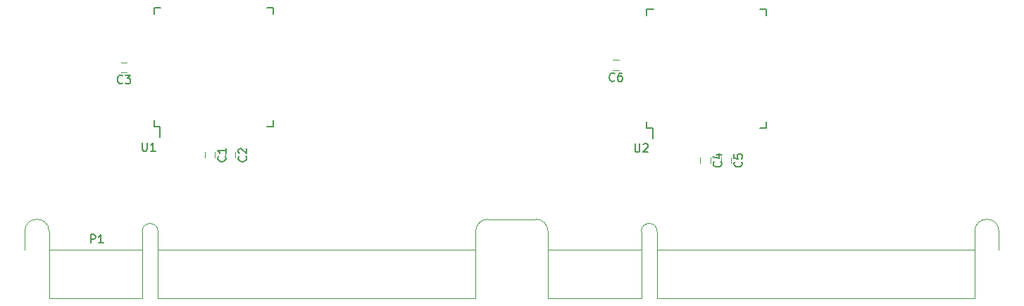
<source format=gto>
G04 #@! TF.GenerationSoftware,KiCad,Pcbnew,(5.0.0-rc2-35-gda6600525)*
G04 #@! TF.CreationDate,2018-05-30T11:12:42-07:00*
G04 #@! TF.ProjectId,ram-based-register-card,72616D2D62617365642D726567697374,rev?*
G04 #@! TF.SameCoordinates,Original*
G04 #@! TF.FileFunction,Legend,Top*
G04 #@! TF.FilePolarity,Positive*
%FSLAX46Y46*%
G04 Gerber Fmt 4.6, Leading zero omitted, Abs format (unit mm)*
G04 Created by KiCad (PCBNEW (5.0.0-rc2-35-gda6600525)) date 05/30/18 11:12:42*
%MOMM*%
%LPD*%
G01*
G04 APERTURE LIST*
%ADD10C,0.120000*%
%ADD11C,0.150000*%
G04 APERTURE END LIST*
D10*
G04 #@! TO.C,P1*
X114050601Y-73589801D02*
X119850601Y-73589801D01*
X58400601Y-75039801D02*
X58400601Y-77289801D01*
X61300601Y-75039801D02*
G75*
G03X58400601Y-75039801I-1450000J0D01*
G01*
X74400601Y-75039801D02*
G75*
G03X72500601Y-75039801I-950000J0D01*
G01*
X72500601Y-77289801D02*
X72500601Y-75039801D01*
X74400601Y-75039801D02*
X74400601Y-77289801D01*
X61300601Y-77289801D02*
X72500601Y-77289801D01*
X72500601Y-77289801D02*
X72500601Y-83089801D01*
X72500601Y-83089801D02*
X61300601Y-83089801D01*
X61300601Y-83089801D02*
X61300601Y-75039801D01*
X112600601Y-77289801D02*
X74400601Y-77289801D01*
X74400601Y-83089801D02*
X112600601Y-83089801D01*
X74400601Y-77289801D02*
X74400601Y-83089801D01*
X112600601Y-75039801D02*
X112600601Y-83089801D01*
X114050601Y-73589801D02*
G75*
G03X112600601Y-75039801I0J-1450000D01*
G01*
X134400601Y-75039801D02*
X134400601Y-77289801D01*
X134400601Y-77289801D02*
X134400601Y-83089801D01*
X172600601Y-77289801D02*
X134400601Y-77289801D01*
X134400601Y-83089801D02*
X172600601Y-83089801D01*
X172600601Y-75039801D02*
X172600601Y-83089801D01*
X175500601Y-75039801D02*
G75*
G03X172600601Y-75039801I-1450000J0D01*
G01*
X175500601Y-75039801D02*
X175500601Y-77289801D01*
X132500601Y-77289801D02*
X132500601Y-83089801D01*
X134400601Y-75039801D02*
G75*
G03X132500601Y-75039801I-950000J0D01*
G01*
X132500601Y-77289801D02*
X132500601Y-75039801D01*
X132500601Y-83089801D02*
X121300601Y-83089801D01*
X121300601Y-77289801D02*
X132500601Y-77289801D01*
X121300601Y-75039801D02*
G75*
G03X119850601Y-73589801I-1450000J0D01*
G01*
X121300601Y-83089801D02*
X121300601Y-75039801D01*
D11*
G04 #@! TO.C,U1*
X74656000Y-62467000D02*
X74656000Y-63742000D01*
X73931000Y-48117000D02*
X73931000Y-48917000D01*
X88281000Y-48117000D02*
X88281000Y-48917000D01*
X88281000Y-62467000D02*
X88281000Y-61667000D01*
X73931000Y-62467000D02*
X73931000Y-61667000D01*
X88281000Y-62467000D02*
X87481000Y-62467000D01*
X88281000Y-48117000D02*
X87481000Y-48117000D01*
X73931000Y-48117000D02*
X74731000Y-48117000D01*
X73931000Y-62467000D02*
X74656000Y-62467000D01*
G04 #@! TO.C,U2*
X133175000Y-62625000D02*
X133900000Y-62625000D01*
X133175000Y-48275000D02*
X133975000Y-48275000D01*
X147525000Y-48275000D02*
X146725000Y-48275000D01*
X147525000Y-62625000D02*
X146725000Y-62625000D01*
X133175000Y-62625000D02*
X133175000Y-61825000D01*
X147525000Y-62625000D02*
X147525000Y-61825000D01*
X147525000Y-48275000D02*
X147525000Y-49075000D01*
X133175000Y-48275000D02*
X133175000Y-49075000D01*
X133900000Y-62625000D02*
X133900000Y-63900000D01*
D10*
G04 #@! TO.C,C1*
X80019600Y-66200200D02*
X80019600Y-65500200D01*
X81219600Y-65500200D02*
X81219600Y-66200200D01*
G04 #@! TO.C,C2*
X83708800Y-65500200D02*
X83708800Y-66200200D01*
X82508800Y-66200200D02*
X82508800Y-65500200D01*
G04 #@! TO.C,C3*
X69943800Y-54695800D02*
X70643800Y-54695800D01*
X70643800Y-55895800D02*
X69943800Y-55895800D01*
G04 #@! TO.C,C4*
X140800000Y-66140000D02*
X140800000Y-66840000D01*
X139600000Y-66840000D02*
X139600000Y-66140000D01*
G04 #@! TO.C,C5*
X142080000Y-66860000D02*
X142080000Y-66160000D01*
X143280000Y-66160000D02*
X143280000Y-66860000D01*
G04 #@! TO.C,C6*
X129810000Y-55630000D02*
X129110000Y-55630000D01*
X129110000Y-54430000D02*
X129810000Y-54430000D01*
G04 #@! TO.C,P1*
D11*
X66312505Y-76432181D02*
X66312505Y-75432181D01*
X66693458Y-75432181D01*
X66788696Y-75479801D01*
X66836315Y-75527420D01*
X66883934Y-75622658D01*
X66883934Y-75765515D01*
X66836315Y-75860753D01*
X66788696Y-75908372D01*
X66693458Y-75955991D01*
X66312505Y-75955991D01*
X67836315Y-76432181D02*
X67264886Y-76432181D01*
X67550601Y-76432181D02*
X67550601Y-75432181D01*
X67455362Y-75575039D01*
X67360124Y-75670277D01*
X67264886Y-75717896D01*
G04 #@! TO.C,U1*
X72518095Y-64362380D02*
X72518095Y-65171904D01*
X72565714Y-65267142D01*
X72613333Y-65314761D01*
X72708571Y-65362380D01*
X72899047Y-65362380D01*
X72994285Y-65314761D01*
X73041904Y-65267142D01*
X73089523Y-65171904D01*
X73089523Y-64362380D01*
X74089523Y-65362380D02*
X73518095Y-65362380D01*
X73803809Y-65362380D02*
X73803809Y-64362380D01*
X73708571Y-64505238D01*
X73613333Y-64600476D01*
X73518095Y-64648095D01*
G04 #@! TO.C,U2*
X131738095Y-64492380D02*
X131738095Y-65301904D01*
X131785714Y-65397142D01*
X131833333Y-65444761D01*
X131928571Y-65492380D01*
X132119047Y-65492380D01*
X132214285Y-65444761D01*
X132261904Y-65397142D01*
X132309523Y-65301904D01*
X132309523Y-64492380D01*
X132738095Y-64587619D02*
X132785714Y-64540000D01*
X132880952Y-64492380D01*
X133119047Y-64492380D01*
X133214285Y-64540000D01*
X133261904Y-64587619D01*
X133309523Y-64682857D01*
X133309523Y-64778095D01*
X133261904Y-64920952D01*
X132690476Y-65492380D01*
X133309523Y-65492380D01*
G04 #@! TO.C,C1*
X82476742Y-66016866D02*
X82524361Y-66064485D01*
X82571980Y-66207342D01*
X82571980Y-66302580D01*
X82524361Y-66445438D01*
X82429123Y-66540676D01*
X82333885Y-66588295D01*
X82143409Y-66635914D01*
X82000552Y-66635914D01*
X81810076Y-66588295D01*
X81714838Y-66540676D01*
X81619600Y-66445438D01*
X81571980Y-66302580D01*
X81571980Y-66207342D01*
X81619600Y-66064485D01*
X81667219Y-66016866D01*
X82571980Y-65064485D02*
X82571980Y-65635914D01*
X82571980Y-65350200D02*
X81571980Y-65350200D01*
X81714838Y-65445438D01*
X81810076Y-65540676D01*
X81857695Y-65635914D01*
G04 #@! TO.C,C2*
X84965942Y-66016866D02*
X85013561Y-66064485D01*
X85061180Y-66207342D01*
X85061180Y-66302580D01*
X85013561Y-66445438D01*
X84918323Y-66540676D01*
X84823085Y-66588295D01*
X84632609Y-66635914D01*
X84489752Y-66635914D01*
X84299276Y-66588295D01*
X84204038Y-66540676D01*
X84108800Y-66445438D01*
X84061180Y-66302580D01*
X84061180Y-66207342D01*
X84108800Y-66064485D01*
X84156419Y-66016866D01*
X84156419Y-65635914D02*
X84108800Y-65588295D01*
X84061180Y-65493057D01*
X84061180Y-65254961D01*
X84108800Y-65159723D01*
X84156419Y-65112104D01*
X84251657Y-65064485D01*
X84346895Y-65064485D01*
X84489752Y-65112104D01*
X85061180Y-65683533D01*
X85061180Y-65064485D01*
G04 #@! TO.C,C3*
X70127133Y-57152942D02*
X70079514Y-57200561D01*
X69936657Y-57248180D01*
X69841419Y-57248180D01*
X69698561Y-57200561D01*
X69603323Y-57105323D01*
X69555704Y-57010085D01*
X69508085Y-56819609D01*
X69508085Y-56676752D01*
X69555704Y-56486276D01*
X69603323Y-56391038D01*
X69698561Y-56295800D01*
X69841419Y-56248180D01*
X69936657Y-56248180D01*
X70079514Y-56295800D01*
X70127133Y-56343419D01*
X70460466Y-56248180D02*
X71079514Y-56248180D01*
X70746180Y-56629133D01*
X70889038Y-56629133D01*
X70984276Y-56676752D01*
X71031895Y-56724371D01*
X71079514Y-56819609D01*
X71079514Y-57057704D01*
X71031895Y-57152942D01*
X70984276Y-57200561D01*
X70889038Y-57248180D01*
X70603323Y-57248180D01*
X70508085Y-57200561D01*
X70460466Y-57152942D01*
G04 #@! TO.C,C4*
X142057142Y-66656666D02*
X142104761Y-66704285D01*
X142152380Y-66847142D01*
X142152380Y-66942380D01*
X142104761Y-67085238D01*
X142009523Y-67180476D01*
X141914285Y-67228095D01*
X141723809Y-67275714D01*
X141580952Y-67275714D01*
X141390476Y-67228095D01*
X141295238Y-67180476D01*
X141200000Y-67085238D01*
X141152380Y-66942380D01*
X141152380Y-66847142D01*
X141200000Y-66704285D01*
X141247619Y-66656666D01*
X141485714Y-65799523D02*
X142152380Y-65799523D01*
X141104761Y-66037619D02*
X141819047Y-66275714D01*
X141819047Y-65656666D01*
G04 #@! TO.C,C5*
X144537142Y-66676666D02*
X144584761Y-66724285D01*
X144632380Y-66867142D01*
X144632380Y-66962380D01*
X144584761Y-67105238D01*
X144489523Y-67200476D01*
X144394285Y-67248095D01*
X144203809Y-67295714D01*
X144060952Y-67295714D01*
X143870476Y-67248095D01*
X143775238Y-67200476D01*
X143680000Y-67105238D01*
X143632380Y-66962380D01*
X143632380Y-66867142D01*
X143680000Y-66724285D01*
X143727619Y-66676666D01*
X143632380Y-65771904D02*
X143632380Y-66248095D01*
X144108571Y-66295714D01*
X144060952Y-66248095D01*
X144013333Y-66152857D01*
X144013333Y-65914761D01*
X144060952Y-65819523D01*
X144108571Y-65771904D01*
X144203809Y-65724285D01*
X144441904Y-65724285D01*
X144537142Y-65771904D01*
X144584761Y-65819523D01*
X144632380Y-65914761D01*
X144632380Y-66152857D01*
X144584761Y-66248095D01*
X144537142Y-66295714D01*
G04 #@! TO.C,C6*
X129293333Y-56887142D02*
X129245714Y-56934761D01*
X129102857Y-56982380D01*
X129007619Y-56982380D01*
X128864761Y-56934761D01*
X128769523Y-56839523D01*
X128721904Y-56744285D01*
X128674285Y-56553809D01*
X128674285Y-56410952D01*
X128721904Y-56220476D01*
X128769523Y-56125238D01*
X128864761Y-56030000D01*
X129007619Y-55982380D01*
X129102857Y-55982380D01*
X129245714Y-56030000D01*
X129293333Y-56077619D01*
X130150476Y-55982380D02*
X129960000Y-55982380D01*
X129864761Y-56030000D01*
X129817142Y-56077619D01*
X129721904Y-56220476D01*
X129674285Y-56410952D01*
X129674285Y-56791904D01*
X129721904Y-56887142D01*
X129769523Y-56934761D01*
X129864761Y-56982380D01*
X130055238Y-56982380D01*
X130150476Y-56934761D01*
X130198095Y-56887142D01*
X130245714Y-56791904D01*
X130245714Y-56553809D01*
X130198095Y-56458571D01*
X130150476Y-56410952D01*
X130055238Y-56363333D01*
X129864761Y-56363333D01*
X129769523Y-56410952D01*
X129721904Y-56458571D01*
X129674285Y-56553809D01*
G04 #@! TD*
M02*

</source>
